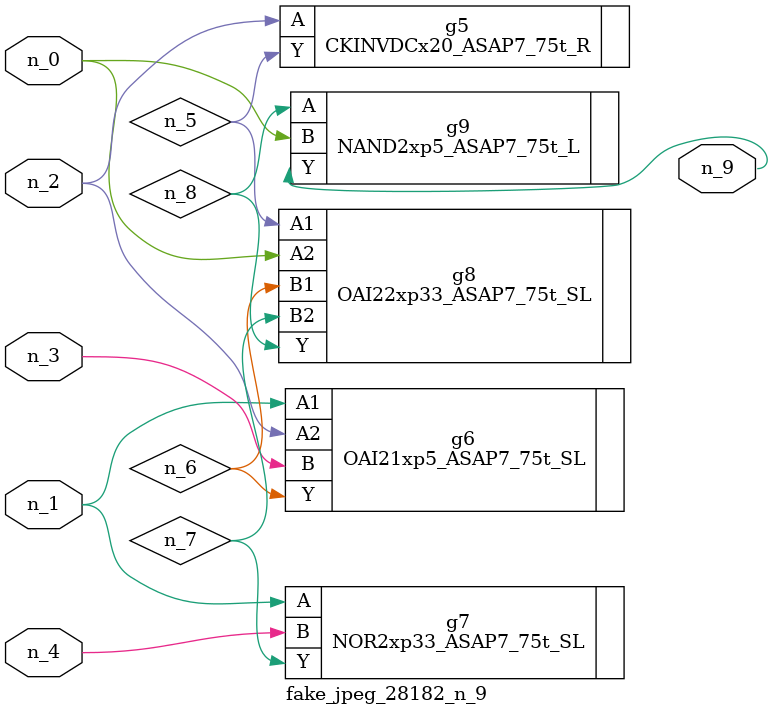
<source format=v>
module fake_jpeg_28182_n_9 (n_3, n_2, n_1, n_0, n_4, n_9);

input n_3;
input n_2;
input n_1;
input n_0;
input n_4;

output n_9;

wire n_8;
wire n_6;
wire n_5;
wire n_7;

CKINVDCx20_ASAP7_75t_R g5 ( 
.A(n_2),
.Y(n_5)
);

OAI21xp5_ASAP7_75t_SL g6 ( 
.A1(n_1),
.A2(n_2),
.B(n_3),
.Y(n_6)
);

NOR2xp33_ASAP7_75t_SL g7 ( 
.A(n_1),
.B(n_4),
.Y(n_7)
);

OAI22xp33_ASAP7_75t_SL g8 ( 
.A1(n_5),
.A2(n_0),
.B1(n_6),
.B2(n_7),
.Y(n_8)
);

NAND2xp5_ASAP7_75t_L g9 ( 
.A(n_8),
.B(n_0),
.Y(n_9)
);


endmodule
</source>
